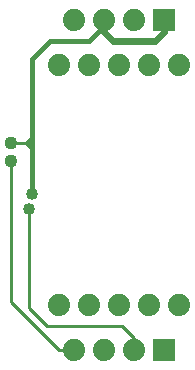
<source format=gbl>
G75*
G70*
%OFA0B0*%
%FSLAX24Y24*%
%IPPOS*%
%LPD*%
%AMOC8*
5,1,8,0,0,1.08239X$1,22.5*
%
%ADD10C,0.0740*%
%ADD11R,0.0740X0.0740*%
%ADD12C,0.0240*%
%ADD13C,0.0400*%
%ADD14C,0.0160*%
%ADD15C,0.0436*%
%ADD16C,0.0100*%
D10*
X027000Y022500D03*
X028000Y022500D03*
X029000Y022500D03*
X028500Y024000D03*
X027500Y024000D03*
X026500Y024000D03*
X029500Y024000D03*
X030500Y024000D03*
X030500Y032000D03*
X029500Y032000D03*
X028500Y032000D03*
X027500Y032000D03*
X026500Y032000D03*
X027000Y033500D03*
X028000Y033500D03*
X029000Y033500D03*
D11*
X030000Y033500D03*
X030000Y022500D03*
D12*
X029700Y032800D02*
X028300Y032800D01*
X028000Y033100D01*
X028000Y033300D01*
X028000Y033500D01*
X029700Y032800D02*
X030000Y033100D01*
X030000Y033500D01*
D13*
X025600Y027700D03*
X025500Y027200D03*
D14*
X025600Y027700D02*
X025600Y029200D01*
X025600Y029400D01*
X025600Y029600D01*
X025600Y032200D01*
X026200Y032800D01*
X027500Y032800D01*
X028000Y033300D01*
D15*
X024900Y029400D03*
X024900Y028800D03*
D16*
X024900Y024100D02*
X026500Y022500D01*
X027000Y022500D01*
X026100Y023300D02*
X025500Y023900D01*
X025500Y027200D01*
X024900Y028800D02*
X024900Y024100D01*
X026100Y023300D02*
X028600Y023300D01*
X029000Y022900D01*
X029000Y022500D01*
X025600Y029200D02*
X025400Y029400D01*
X025600Y029600D01*
X025600Y029400D02*
X025400Y029400D01*
X024900Y029400D01*
M02*

</source>
